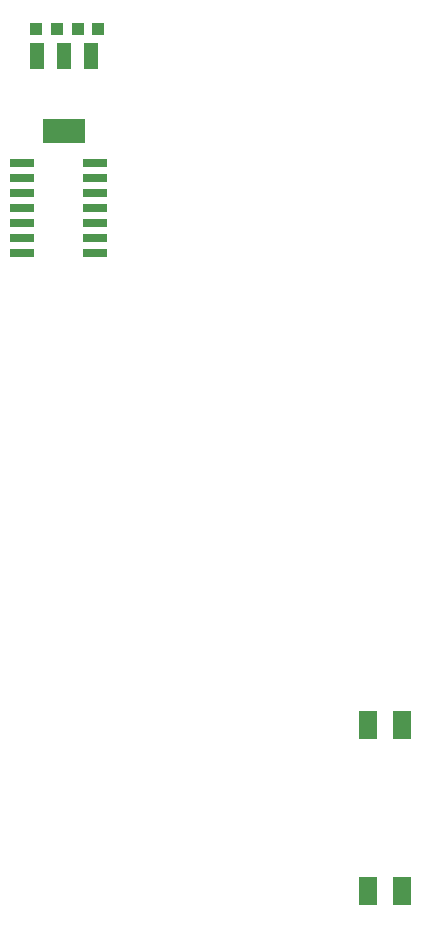
<source format=gbr>
G04 EAGLE Gerber RS-274X export*
G75*
%MOMM*%
%FSLAX34Y34*%
%LPD*%
%INSolderpaste Top*%
%IPPOS*%
%AMOC8*
5,1,8,0,0,1.08239X$1,22.5*%
G01*
%ADD10R,1.600000X2.400000*%
%ADD11R,1.050000X1.080000*%
%ADD12R,2.032000X0.660400*%
%ADD13R,1.270000X2.286000*%
%ADD14R,3.556000X2.159000*%


D10*
X515900Y235000D03*
X487400Y235000D03*
X515900Y375000D03*
X487400Y375000D03*
D11*
X206250Y965000D03*
X223750Y965000D03*
X241250Y965000D03*
X258750Y965000D03*
D12*
X194266Y851200D03*
X255734Y851200D03*
X194266Y838500D03*
X194266Y825800D03*
X255734Y838500D03*
X255734Y825800D03*
X194266Y813100D03*
X255734Y813100D03*
X194266Y800400D03*
X194266Y787700D03*
X255734Y800400D03*
X255734Y787700D03*
X194266Y775000D03*
X255734Y775000D03*
D13*
X252860Y941750D03*
X230000Y941750D03*
X207140Y941750D03*
D14*
X230000Y878250D03*
M02*

</source>
